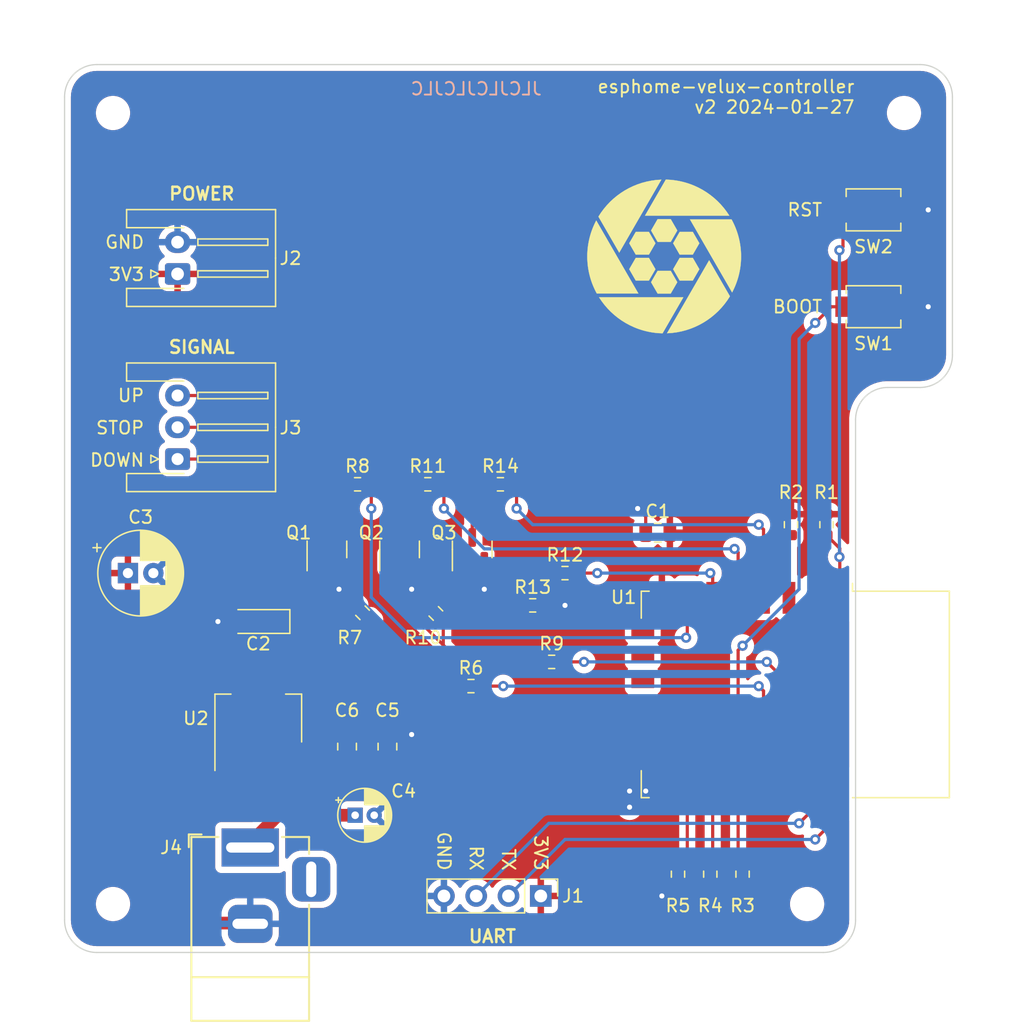
<source format=kicad_pcb>
(kicad_pcb (version 20221018) (generator pcbnew)
  (layers (0 "F.Cu" signal) (31 "B.Cu" signal) (34 "B.Paste" user) (35 "F.Paste" user) (36 "B.SilkS" user "B.Silkscreen") (37 "F.SilkS" user "F.Silkscreen") (38 "B.Mask" user) (39 "F.Mask" user) (44 "Edge.Cuts" user))
  (net 0 "")
  (net 1 "GND")
  (net 2 "+3.3V")
  (net 3 "VCC")
  (net 4 "/TXD")
  (net 5 "/RXD")
  (net 6 "/GPIO4")
  (net 7 "/GPIO5")
  (net 8 "/GPIO12")
  (net 9 "/RST")
  (net 10 "/EN")
  (net 11 "/GPIO0")
  (net 12 "/GPIO2")
  (net 13 "/GPIO15")
  (net 15 "/GPIO14")
  (net 16 "/GPIO16")
  (net 17 "/GPIO13")
  (net 24 "/LINE_UP")
  (net 25 "/LINE_STOP")
  (net 26 "/LINE_DOWN")
  (net 28 "Net-(Q1-B)")
  (net 29 "Net-(Q2-B)")
  (net 30 "Net-(Q3-B)")
  (footprint "footprints:SW_PTS820" (layer "F.Cu") (at 203.34 74.93 180)
    (fp_text reference "SW2" (at 0 -2.9) (layer "F.SilkS"))
    (fp_text value "RST" (at 3.95 0 180) (layer "F.SilkS") (effects (justify right)))
    (pad "1" smd rect (at -2.4 0 180) (size 1.2 1.6) (layers "F.Cu" "F.Paste" "F.Mask") (net 1 "GND"))
    (pad "2" smd rect (at 2.4 0 180) (size 1.2 1.6) (layers "F.Cu" "F.Paste" "F.Mask") (net 9 "/RST"))
  )
  (footprint "Capacitor_SMD:C_0805_2012Metric" (layer "F.Cu") (at 165.1 117.155 -90)
    (fp_text reference "C5" (at -2.855 0 -180) (layer "F.SilkS"))
    (fp_text value "10μF")
    (pad "1" smd roundrect (at -0.95 0 270) (size 1 1.45) (layers "F.Cu" "F.Paste" "F.Mask") (net 1 "GND"))
    (pad "2" smd roundrect (at 0.95 0 270) (size 1 1.45) (layers "F.Cu" "F.Paste" "F.Mask") (net 3 "VCC"))
  )
  (footprint "Package_TO_SOT_SMD:SOT-23" (layer "F.Cu") (at 160.34 101.64 90)
    (fp_text reference "Q1" (at 1.31 -2.225 180) (layer "F.SilkS"))
    (fp_text value "MMBT3904")
    (pad "1" smd roundrect (at -0.9375 -0.95 90) (size 1.475 0.6) (layers "F.Cu" "F.Paste" "F.Mask") (net 28 "Net-(Q1-B)"))
    (pad "2" smd roundrect (at -0.9375 0.95 90) (size 1.475 0.6) (layers "F.Cu" "F.Paste" "F.Mask") (net 1 "GND"))
    (pad "3" smd roundrect (at 0.9375 0 90) (size 1.475 0.6) (layers "F.Cu" "F.Paste" "F.Mask") (net 26 "/LINE_DOWN"))
  )
  (footprint "Resistor_SMD:R_0603_1608Metric" (layer "F.Cu") (at 187.96 127.19 90)
    (fp_text reference "R5" (at -2.477 0 180) (layer "F.SilkS"))
    (fp_text value "10K")
    (pad "1" smd roundrect (at -0.825 0 90) (size 0.8 0.95) (layers "F.Cu" "F.Paste" "F.Mask") (net 1 "GND"))
    (pad "2" smd roundrect (at 0.825 0 90) (size 0.8 0.95) (layers "F.Cu" "F.Paste" "F.Mask") (net 13 "/GPIO15"))
  )
  (footprint "MountingHole:MountingHole_2.2mm_M2" (layer "F.Cu") (at 198.12 129.54)
    (fp_text reference "H1")
    (fp_text value "MountingHole")
    (pad "" np_thru_hole circle (at 0 0) (size 2.2 2.2) (drill 2.2) (layers "*.Cu" "*.Mask"))
  )
  (footprint "Resistor_SMD:R_0603_1608Metric" (layer "F.Cu") (at 179.07 103.505)
    (fp_text reference "R12" (at 0 -1.43) (layer "F.SilkS"))
    (fp_text value "1K")
    (pad "1" smd roundrect (at -0.825 0) (size 0.8 0.95) (layers "F.Cu" "F.Paste" "F.Mask") (net 30 "Net-(Q3-B)"))
    (pad "2" smd roundrect (at 0.825 0) (size 0.8 0.95) (layers "F.Cu" "F.Paste" "F.Mask") (net 8 "/GPIO12"))
  )
  (footprint "footprints:SW_PTS820" (layer "F.Cu") (at 203.34 82.55 180)
    (fp_text reference "SW1" (at 0 -2.9) (layer "F.SilkS"))
    (fp_text value "BOOT" (at 3.95 0 180) (layer "F.SilkS") (effects (justify right)))
    (pad "1" smd rect (at -2.4 0 180) (size 1.2 1.6) (layers "F.Cu" "F.Paste" "F.Mask") (net 1 "GND"))
    (pad "2" smd rect (at 2.4 0 180) (size 1.2 1.6) (layers "F.Cu" "F.Paste" "F.Mask") (net 11 "/GPIO0"))
  )
  (footprint "Resistor_SMD:R_0603_1608Metric" (layer "F.Cu") (at 178.0225 110.49)
    (fp_text reference "R9" (at 0 -1.43) (layer "F.SilkS"))
    (fp_text value "1K")
    (pad "1" smd roundrect (at -0.825 0) (size 0.8 0.95) (layers "F.Cu" "F.Paste" "F.Mask") (net 29 "Net-(Q2-B)"))
    (pad "2" smd roundrect (at 0.825 0) (size 0.8 0.95) (layers "F.Cu" "F.Paste" "F.Mask") (net 7 "/GPIO5"))
  )
  (footprint "Resistor_SMD:R_0603_1608Metric" (layer "F.Cu") (at 176.53 106.045)
    (fp_text reference "R13" (at 0 -1.43) (layer "F.SilkS"))
    (fp_text value "10K")
    (pad "1" smd roundrect (at -0.825 0) (size 0.8 0.95) (layers "F.Cu" "F.Paste" "F.Mask") (net 30 "Net-(Q3-B)"))
    (pad "2" smd roundrect (at 0.825 0) (size 0.8 0.95) (layers "F.Cu" "F.Paste" "F.Mask") (net 1 "GND"))
  )
  (footprint "Resistor_SMD:R_0603_1608Metric" (layer "F.Cu") (at 193.04 127.19 -90)
    (fp_text reference "R3" (at 2.477 0 -180) (layer "F.SilkS"))
    (fp_text value "10K")
    (pad "1" smd roundrect (at -0.825 0 270) (size 0.8 0.95) (layers "F.Cu" "F.Paste" "F.Mask") (net 11 "/GPIO0"))
    (pad "2" smd roundrect (at 0.825 0 270) (size 0.8 0.95) (layers "F.Cu" "F.Paste" "F.Mask") (net 2 "+3.3V"))
  )
  (footprint "Resistor_SMD:R_0603_1608Metric" (layer "F.Cu") (at 199.644 99.695 90)
    (fp_text reference "R1" (at 2.54 0 180) (layer "F.SilkS"))
    (fp_text value "10K")
    (pad "1" smd roundrect (at -0.825 0 90) (size 0.8 0.95) (layers "F.Cu" "F.Paste" "F.Mask") (net 9 "/RST"))
    (pad "2" smd roundrect (at 0.825 0 90) (size 0.8 0.95) (layers "F.Cu" "F.Paste" "F.Mask") (net 2 "+3.3V"))
  )
  (footprint "RF_Module:ESP-12E" (layer "F.Cu") (at 197.19 113.05 -90)
    (fp_text reference "U1" (at -7.64 12.405 180) (layer "F.SilkS") (effects (justify right)))
    (fp_text value "ESP-12F")
    (pad "1" smd rect (at -7.6 -3.5 270) (size 2.5 1) (layers "F.Cu" "F.Paste" "F.Mask") (net 9 "/RST"))
    (pad "2" smd rect (at -7.6 -1.5 270) (size 2.5 1) (layers "F.Cu" "F.Paste" "F.Mask"))
    (pad "3" smd rect (at -7.6 0.5 270) (size 2.5 1) (layers "F.Cu" "F.Paste" "F.Mask") (net 10 "/EN"))
    (pad "4" smd rect (at -7.6 2.5 270) (size 2.5 1) (layers "F.Cu" "F.Paste" "F.Mask") (net 16 "/GPIO16"))
    (pad "5" smd rect (at -7.6 4.5 270) (size 2.5 1) (layers "F.Cu" "F.Paste" "F.Mask") (net 15 "/GPIO14"))
    (pad "6" smd rect (at -7.6 6.5 270) (size 2.5 1) (layers "F.Cu" "F.Paste" "F.Mask") (net 8 "/GPIO12"))
    (pad "7" smd rect (at -7.6 8.5 270) (size 2.5 1) (layers "F.Cu" "F.Paste" "F.Mask") (net 17 "/GPIO13"))
    (pad "8" smd rect (at -7.6 10.5 270) (size 2.5 1) (layers "F.Cu" "F.Paste" "F.Mask") (net 2 "+3.3V"))
    (pad "9" smd rect (at -5 12 270) (size 1 1.8) (layers "F.Cu" "F.Paste" "F.Mask"))
    (pad "10" smd rect (at -3 12 270) (size 1 1.8) (layers "F.Cu" "F.Paste" "F.Mask"))
    (pad "11" smd rect (at -1 12 270) (size 1 1.8) (layers "F.Cu" "F.Paste" "F.Mask"))
    (pad "12" smd rect (at 1 12 270) (size 1 1.8) (layers "F.Cu" "F.Paste" "F.Mask"))
    (pad "13" smd rect (at 3 12 270) (size 1 1.8) (layers "F.Cu" "F.Paste" "F.Mask"))
    (pad "14" smd rect (at 5 12 270) (size 1 1.8) (layers "F.Cu" "F.Paste" "F.Mask"))
    (pad "15" smd rect (at 7.6 10.5 270) (size 2.5 1) (layers "F.Cu" "F.Paste" "F.Mask") (net 1 "GND"))
    (pad "16" smd rect (at 7.6 8.5 270) (size 2.5 1) (layers "F.Cu" "F.Paste" "F.Mask") (net 13 "/GPIO15"))
    (pad "17" smd rect (at 7.6 6.5 270) (size 2.5 1) (layers "F.Cu" "F.Paste" "F.Mask") (net 12 "/GPIO2"))
    (pad "18" smd rect (at 7.6 4.5 270) (size 2.5 1) (layers "F.Cu" "F.Paste" "F.Mask") (net 11 "/GPIO0"))
    (pad "19" smd rect (at 7.6 2.5 270) (size 2.5 1) (layers "F.Cu" "F.Paste" "F.Mask") (net 6 "/GPIO4"))
    (pad "20" smd rect (at 7.6 0.5 270) (size 2.5 1) (layers "F.Cu" "F.Paste" "F.Mask") (net 7 "/GPIO5"))
    (pad "21" smd rect (at 7.6 -1.5 270) (size 2.5 1) (layers "F.Cu" "F.Paste" "F.Mask") (net 5 "/RXD"))
    (pad "22" smd rect (at 7.6 -3.5 270) (size 2.5 1) (layers "F.Cu" "F.Paste" "F.Mask") (net 4 "/TXD"))
    (zone (net 0) (net_name "") (layers "*.Cu") (connect_pads (clearance 0)) (min_thickness 0.254)
      (keepout (tracks not_allowed) (vias not_allowed) (pads not_allowed) (copperpour not_allowed) (footprints not_allowed))
      (fill (thermal_gap 0.508) (thermal_bridge_width 0.508))
      (polygon (pts (xy 201.99 104.93) (xy 201.99 121.17) (xy 209.31 121.17) (xy 209.31 104.93)))
    )
  )
  (footprint "Connector_JST:JST_XH_S3B-XH-A-1_1x03_P2.50mm_Horizontal" (layer "F.Cu") (at 148.59 94.535 90)
    (fp_text reference "J3" (at 2.46 8.89 180) (layer "F.SilkS"))
    (fp_text value "SIGNAL" (at 8.81 1.905 180) (layer "F.SilkS") (effects (font (thickness 0.2) bold)))
    (pad "1" thru_hole roundrect (at 0 0 90) (size 1.7 1.95) (drill 0.95) (layers "*.Cu" "*.Mask") (roundrect_rratio 0.1470588235) (net 26 "/LINE_DOWN"))
    (pad "2" thru_hole oval (at 2.5 0 90) (size 1.7 1.95) (drill 0.95) (layers "*.Cu" "*.Mask") (net 25 "/LINE_STOP"))
    (pad "3" thru_hole oval (at 5 0 90) (size 1.7 1.95) (drill 0.95) (layers "*.Cu" "*.Mask") (net 24 "/LINE_UP"))
  )
  (footprint "Package_TO_SOT_SMD:SOT-223-3_TabPin2" (layer "F.Cu") (at 154.94 114.935 90)
    (fp_text reference "U2" (at 0 -3.81 180) (layer "F.SilkS") (effects (justify right)))
    (fp_text value "AMS1117-3.3")
    (pad "1" smd rect (at -3.15 -2.3 90) (size 2 1.5) (layers "F.Cu" "F.Paste" "F.Mask") (net 1 "GND"))
    (pad "2" smd rect (at -3.15 0 90) (size 2 1.5) (layers "F.Cu" "F.Paste" "F.Mask") (net 2 "+3.3V"))
    (pad "2" smd rect (at 3.15 0 90) (size 2 3.8) (layers "F.Cu" "F.Paste" "F.Mask") (net 2 "+3.3V"))
    (pad "3" smd rect (at -3.15 2.3 90) (size 2 1.5) (layers "F.Cu" "F.Paste" "F.Mask") (net 3 "VCC"))
  )
  (footprint "Capacitor_THT:CP_Radial_D4.0mm_P1.50mm" (layer "F.Cu") (at 162.56 122.555)
    (fp_text reference "C4" (at 3.81 -1.905) (layer "F.SilkS"))
    (fp_text value "10μF")
    (pad "1" thru_hole rect (at 0 0) (size 1.2 1.2) (drill 0.6) (layers "*.Cu" "*.Mask") (net 3 "VCC"))
    (pad "2" thru_hole circle (at 1.5 0) (size 1.2 1.2) (drill 0.6) (layers "*.Cu" "*.Mask") (net 1 "GND"))
  )
  (footprint "MountingHole:MountingHole_2.2mm_M2" (layer "F.Cu") (at 205.74 67.31)
    (fp_text reference "H4")
    (fp_text value "MountingHole")
    (pad "" np_thru_hole circle (at 0 0) (size 2.2 2.2) (drill 2.2) (layers "*.Cu" "*.Mask"))
  )
  (footprint "footprints:CP_Radial_D6.5mm_P2.00mm" (layer "F.Cu") (at 144.685 103.505)
    (fp_text reference "C3" (at 1 -4.4) (layer "F.SilkS"))
    (fp_text value "470μF")
    (pad "1" thru_hole rect (at 0 0) (size 1.6 1.6) (drill 0.8) (layers "*.Cu" "*.Mask") (net 2 "+3.3V"))
    (pad "2" thru_hole circle (at 2 0) (size 1.6 1.6) (drill 0.8) (layers "*.Cu" "*.Mask") (net 1 "GND"))
  )
  (footprint "footprints:DC_barrel_jack_2.1mm" (layer "F.Cu") (at 154.305 125.095 90)
    (fp_text reference "J4" (at 0 -6.223 180) (layer "F.SilkS"))
    (fp_text value "PWR")
    (pad "1" thru_hole rect (at 0 0 90) (size 3 4.5) (drill oval 0.8 3.8) (layers "*.Cu" "*.Mask") (net 3 "VCC"))
    (pad "2" thru_hole roundrect (at -6 0 90) (size 3 3.5) (drill oval 0.8 2.8) (layers "*.Cu" "*.Mask") (net 1 "GND"))
    (pad "3" thru_hole roundrect (at -2.5 4.8 90) (size 3.5 3) (drill oval 2.8 0.8) (layers "*.Cu" "*.Mask"))
  )
  (footprint "MountingHole:MountingHole_2.2mm_M2" (layer "F.Cu") (at 143.51 67.31)
    (fp_text reference "H3")
    (fp_text value "MountingHole")
    (pad "" np_thru_hole circle (at 0 0) (size 2.2 2.2) (drill 2.2) (layers "*.Cu" "*.Mask"))
  )
  (footprint "Resistor_SMD:R_0603_1608Metric" (layer "F.Cu") (at 162.75 96.52)
    (fp_text reference "R8" (at 0 -1.43) (layer "F.SilkS"))
    (fp_text value "1K")
    (pad "1" smd roundrect (at -0.825 0) (size 0.8 0.95) (layers "F.Cu" "F.Paste" "F.Mask") (net 26 "/LINE_DOWN"))
    (pad "2" smd roundrect (at 0.825 0) (size 0.8 0.95) (layers "F.Cu" "F.Paste" "F.Mask") (net 17 "/GPIO13"))
  )
  (footprint "Capacitor_SMD:C_0805_2012Metric" (layer "F.Cu") (at 161.925 117.155 -90)
    (fp_text reference "C6" (at -2.855 0 -180) (layer "F.SilkS"))
    (fp_text value "0.1μF")
    (pad "1" smd roundrect (at -0.95 0 270) (size 1 1.45) (layers "F.Cu" "F.Paste" "F.Mask") (net 1 "GND"))
    (pad "2" smd roundrect (at 0.95 0 270) (size 1 1.45) (layers "F.Cu" "F.Paste" "F.Mask") (net 3 "VCC"))
  )
  (footprint "Capacitor_Tantalum_SMD:CP_EIA-3216-10_Kemet-I_Pad1.58x1.35mm_HandSolder" (layer "F.Cu") (at 154.94 107.315 180)
    (fp_text reference "C2" (at 0 -1.75 180) (layer "F.SilkS"))
    (fp_text value "22μF")
    (pad "1" smd roundrect (at -1.4375 0 180) (size 1.575 1.35) (layers "F.Cu" "F.Paste" "F.Mask") (roundrect_rratio 0.185185) (net 2 "+3.3V"))
    (pad "2" smd roundrect (at 1.4375 0 180) (size 1.575 1.35) (layers "F.Cu" "F.Paste" "F.Mask") (roundrect_rratio 0.185185) (net 1 "GND"))
  )
  (footprint "Resistor_SMD:R_0603_1608Metric" (layer "F.Cu") (at 173.99 96.52)
    (fp_text reference "R14" (at 0 -1.43) (layer "F.SilkS"))
    (fp_text value "1K")
    (pad "1" smd roundrect (at -0.825 0) (size 0.8 0.95) (layers "F.Cu" "F.Paste" "F.Mask") (net 24 "/LINE_UP"))
    (pad "2" smd roundrect (at 0.825 0) (size 0.8 0.95) (layers "F.Cu" "F.Paste" "F.Mask") (net 16 "/GPIO16"))
  )
  (footprint "Package_TO_SOT_SMD:SOT-23" (layer "F.Cu") (at 166.055 101.64 90)
    (fp_text reference "Q2" (at 1.31 -2.225 180) (layer "F.SilkS"))
    (fp_text value "MMBT3904")
    (pad "1" smd roundrect (at -0.9375 -0.95 90) (size 1.475 0.6) (layers "F.Cu" "F.Paste" "F.Mask") (net 29 "Net-(Q2-B)"))
    (pad "2" smd roundrect (at -0.9375 0.95 90) (size 1.475 0.6) (layers "F.Cu" "F.Paste" "F.Mask") (net 1 "GND"))
    (pad "3" smd roundrect (at 0.9375 0 90) (size 1.475 0.6) (layers "F.Cu" "F.Paste" "F.Mask") (net 25 "/LINE_STOP"))
  )
  (footprint "Package_TO_SOT_SMD:SOT-23" (layer "F.Cu") (at 171.77 101.64 90)
    (fp_text reference "Q3" (at 1.31 -2.225 180) (layer "F.SilkS"))
    (fp_text value "MMBT3904")
    (pad "1" smd roundrect (at -0.9375 -0.95 90) (size 1.475 0.6) (layers "F.Cu" "F.Paste" "F.Mask") (net 30 "Net-(Q3-B)"))
    (pad "2" smd roundrect (at -0.9375 0.95 90) (size 1.475 0.6) (layers "F.Cu" "F.Paste" "F.Mask") (net 1 "GND"))
    (pad "3" smd roundrect (at 0.9375 0 90) (size 1.475 0.6) (layers "F.Cu" "F.Paste" "F.Mask") (net 24 "/LINE_UP"))
  )
  (footprint "Resistor_SMD:R_0603_1608Metric" (layer "F.Cu") (at 168.275 96.52)
    (fp_text reference "R11" (at 0 -1.43) (layer "F.SilkS"))
    (fp_text value "1K")
    (pad "1" smd roundrect (at -0.825 0) (size 0.8 0.95) (layers "F.Cu" "F.Paste" "F.Mask") (net 25 "/LINE_STOP"))
    (pad "2" smd roundrect (at 0.825 0) (size 0.8 0.95) (layers "F.Cu" "F.Paste" "F.Mask") (net 15 "/GPIO14"))
  )
  (footprint "Resistor_SMD:R_0603_1608Metric" (layer "F.Cu") (at 196.85 99.695 90)
    (fp_text reference "R2" (at 2.54 0 180) (layer "F.SilkS"))
    (fp_text value "10K")
    (pad "1" smd roundrect (at -0.825 0 90) (size 0.8 0.95) (layers "F.Cu" "F.Paste" "F.Mask") (net 10 "/EN"))
    (pad "2" smd roundrect (at 0.825 0 90) (size 0.8 0.95) (layers "F.Cu" "F.Paste" "F.Mask") (net 2 "+3.3V"))
  )
  (footprint "Resistor_SMD:R_0603_1608Metric" (layer "F.Cu") (at 163.143363 106.628363 135)
    (fp_text reference "R7" (at -0.668551 -2.098552 180) (layer "F.SilkS"))
    (fp_text value "10K")
    (pad "1" smd roundrect (at -0.825 0 135) (size 0.8 0.95) (layers "F.Cu" "F.Paste" "F.Mask") (net 28 "Net-(Q1-B)"))
    (pad "2" smd roundrect (at 0.825 0 135) (size 0.8 0.95) (layers "F.Cu" "F.Paste" "F.Mask") (net 1 "GND"))
  )
  (footprint "Connector_JST:JST_XH_S2B-XH-A-1_1x02_P2.50mm_Horizontal" (layer "F.Cu") (at 148.59 79.97 90)
    (fp_text reference "J2" (at 1.23 8.89 180) (layer "F.SilkS"))
    (fp_text value "POWER" (at 6.31 1.905 180) (layer "F.SilkS") (effects (font (thickness 0.2) bold)))
    (pad "1" thru_hole roundrect (at 0 0 90) (size 1.7 2) (drill 1) (layers "*.Cu" "*.Mask") (roundrect_rratio 0.1470588235) (net 2 "+3.3V"))
    (pad "2" thru_hole oval (at 2.5 0 90) (size 1.7 2) (drill 1) (layers "*.Cu" "*.Mask") (net 1 "GND"))
  )
  (footprint "MountingHole:MountingHole_2.2mm_M2" (layer "F.Cu") (at 143.51 129.54)
    (fp_text reference "H2")
    (fp_text value "MountingHole")
    (pad "" np_thru_hole circle (at 0 0) (size 2.2 2.2) (drill 2.2) (layers "*.Cu" "*.Mask"))
  )
  (footprint "Capacitor_SMD:C_0805_2012Metric" (layer "F.Cu") (at 186.37 100.33)
    (fp_text reference "C1" (at 0 -1.68) (layer "F.SilkS"))
    (fp_text value "0.1μF")
    (pad "1" smd roundrect (at -0.95 0) (size 1 1.45) (layers "F.Cu" "F.Paste" "F.Mask") (net 1 "GND"))
    (pad "2" smd roundrect (at 0.95 0) (size 1 1.45) (layers "F.Cu" "F.Paste" "F.Mask") (net 2 "+3.3V"))
  )
  (footprint "Resistor_SMD:R_0603_1608Metric" (layer "F.Cu") (at 168.91 106.68 135)
    (fp_text reference "R10" (at -0.632038 -2.062039 180) (layer "F.SilkS"))
    (fp_text value "10K")
    (pad "1" smd roundrect (at -0.825 0 135) (size 0.8 0.95) (layers "F.Cu" "F.Paste" "F.Mask") (net 29 "Net-(Q2-B)"))
    (pad "2" smd roundrect (at 0.825 0 135) (size 0.8 0.95) (layers "F.Cu" "F.Paste" "F.Mask") (net 1 "GND"))
  )
  (footprint "Resistor_SMD:R_0603_1608Metric" (layer "F.Cu") (at 190.5 127.19 -90)
    (fp_text reference "R4" (at 2.477 0 -180) (layer "F.SilkS"))
    (fp_text value "10K")
    (pad "1" smd roundrect (at -0.825 0 270) (size 0.8 0.95) (layers "F.Cu" "F.Paste" "F.Mask") (net 12 "/GPIO2"))
    (pad "2" smd roundrect (at 0.825 0 270) (size 0.8 0.95) (layers "F.Cu" "F.Paste" "F.Mask") (net 2 "+3.3V"))
  )
  (footprint "Resistor_SMD:R_0603_1608Metric" (layer "F.Cu") (at 171.6725 112.395)
    (fp_text reference "R6" (at 0 -1.43) (layer "F.SilkS"))
    (fp_text value "1K")
    (pad "1" smd roundrect (at -0.825 0) (size 0.8 0.95) (layers "F.Cu" "F.Paste" "F.Mask") (net 28 "Net-(Q1-B)"))
    (pad "2" smd roundrect (at 0.825 0) (size 0.8 0.95) (layers "F.Cu" "F.Paste" "F.Mask") (net 6 "/GPIO4"))
  )
  (footprint "Connector_PinHeader_2.54mm:PinHeader_1x04_P2.54mm_Vertical" (layer "F.Cu") (at 177.165 128.905 -90)
    (fp_text reference "J1" (at 0 -2.54 -180) (layer "F.SilkS"))
    (fp_text value "UART" (at 3.175 3.81 180) (layer "F.SilkS") (effects (font (thickness 0.2) bold)))
    (pad "1" thru_hole rect (at 0 0 270) (size 1.7 1.7) (drill 1) (layers "*.Cu" "*.Mask") (net 2 "+3.3V"))
    (pad "2" thru_hole oval (at 0 2.54 270) (size 1.7 1.7) (drill 1) (layers "*.Cu" "*.Mask") (net 4 "/TXD"))
    (pad "3" thru_hole oval (at 0 5.08 270) (size 1.7 1.7) (drill 1) (layers "*.Cu" "*.Mask") (net 5 "/RXD"))
    (pad "4" thru_hole oval (at 0 7.62 270) (size 1.7 1.7) (drill 1) (layers "*.Cu" "*.Mask") (net 1 "GND"))
  )
  (gr_poly (pts (xy 192.045568 81.72908) (xy 191.84419 82.039066) (xy 191.62482 82.335555) (xy 191.388225 82.617776) (xy 191.135175 82.884958) (xy 190.866436 83.136333) (xy 190.582778 83.371129) (xy 190.284968 83.588577) (xy 189.973775 83.787906) (xy 189.649966 83.968346) (xy 189.31431 84.129127) (xy 188.967574 84.269479) (xy 188.610528 84.388631) (xy 188.243938 84.485814) (xy 187.868574 84.560257) (xy 187.485203 84.611189) (xy 187.094594 84.637842) (xy 188.771184 81.733793) (xy 190.40974 78.895682)) (stroke (width 0.016)) (fill solid) (layer "F.SilkS"))
  (gr_poly (pts (xy 187.905004 80.61998) (xy 187.388778 81.514023) (xy 186.356448 81.514023) (xy 185.840304 80.61998) (xy 186.356448 79.725936) (xy 187.388778 79.725936)) (stroke (width 0.016)) (fill solid) (layer "F.SilkS"))
  (gr_poly (pts (xy 186.745922 84.641315) (xy 186.549115 84.63409) (xy 186.353976 84.620657) (xy 186.1606 84.601111) (xy 185.969083 84.575551) (xy 185.779521 84.544071) (xy 185.592008 84.506768) (xy 185.406642 84.463738) (xy 185.223517 84.415079) (xy 185.042729 84.360886) (xy 184.864373 84.301256) (xy 184.688546 84.236285) (xy 184.515342 84.166069) (xy 184.177188 84.01029) (xy 183.850675 83.834689) (xy 183.536569 83.640037) (xy 183.235633 83.427106) (xy 182.948634 83.196667) (xy 182.676334 82.949489) (xy 182.4195 82.686346) (xy 182.178895 82.408007) (xy 181.955284 82.115244) (xy 181.749432 81.808827) (xy 188.381171 81.808827)) (stroke (width 0.016)) (fill solid) (layer "F.SilkS"))
  (gr_poly (pts (xy 186.186494 79.598977) (xy 185.670144 80.493021) (xy 184.637855 80.493021) (xy 184.121711 79.598977) (xy 184.637855 78.704851) (xy 185.670144 78.704851)) (stroke (width 0.016)) (fill solid) (layer "F.SilkS"))
  (gr_poly (pts (xy 184.974165 75.457297) (xy 183.335568 78.295284) (xy 181.699616 75.461928) (xy 181.901011 75.151945) (xy 182.120397 74.855461) (xy 182.357006 74.573246) (xy 182.61007 74.30607) (xy 182.878823 74.054704) (xy 183.162494 73.819916) (xy 183.460317 73.602478) (xy 183.771524 73.403159) (xy 184.095347 73.222728) (xy 184.431017 73.061957) (xy 184.777767 72.921615) (xy 185.134829 72.802472) (xy 185.501435 72.705297) (xy 185.876818 72.630862) (xy 186.260208 72.579936) (xy 186.650838 72.553289)) (stroke (width 0.016)) (fill solid) (layer "F.SilkS"))
  (gr_poly (pts (xy 192.260358 75.845993) (xy 192.342371 76.012433) (xy 192.419416 76.181672) (xy 192.49139 76.35362) (xy 192.558192 76.528186) (xy 192.61972 76.705281) (xy 192.675872 76.884815) (xy 192.726545 77.066697) (xy 192.771639 77.250838) (xy 192.811051 77.437148) (xy 192.844679 77.625536) (xy 192.872422 77.815912) (xy 192.894177 78.008187) (xy 192.909842 78.202271) (xy 192.919316 78.398073) (xy 192.922497 78.595504) (xy 192.919505 78.78674) (xy 192.910592 78.976441) (xy 192.895853 79.164524) (xy 192.875383 79.35091) (xy 192.849277 79.535519) (xy 192.817629 79.71827) (xy 192.780534 79.899083) (xy 192.738088 80.077877) (xy 192.690384 80.254573) (xy 192.637517 80.429089) (xy 192.579583 80.601346) (xy 192.516676 80.771263) (xy 192.448891 80.93876) (xy 192.376323 81.103756) (xy 192.299066 81.266172) (xy 192.217216 81.425926) (xy 190.539717 78.520428) (xy 188.90116 75.682441) (xy 192.173478 75.682441)) (stroke (width 0.016)) (fill solid) (layer "F.SilkS"))
  (gr_poly (pts (xy 187.905046 76.553417) (xy 187.388778 77.447461) (xy 186.356448 77.447461) (xy 185.840304 76.553417) (xy 186.356448 75.659332) (xy 187.388778 75.659332)) (stroke (width 0.016)) (fill solid) (layer "F.SilkS"))
  (gr_poly (pts (xy 183.20555 78.67058) (xy 184.844148 81.508649) (xy 181.571789 81.508649) (xy 181.484912 81.345103) (xy 181.402902 81.178667) (xy 181.325861 81.009431) (xy 181.25389 80.837486) (xy 181.187091 80.66292) (xy 181.125567 80.485824) (xy 181.069418 80.306289) (xy 181.018748 80.124404) (xy 180.973657 79.940259) (xy 180.934248 79.753945) (xy 180.900622 79.565552) (xy 180.872882 79.375169) (xy 180.851129 79.182887) (xy 180.835465 78.988795) (xy 180.825992 78.792985) (xy 180.822812 78.595545) (xy 180.825804 78.40432) (xy 180.834717 78.21463) (xy 180.849457 78.026555) (xy 180.869928 77.840176) (xy 180.896035 77.655572) (xy 180.927683 77.472825) (xy 180.964778 77.292014) (xy 181.007224 77.11322) (xy 181.054927 76.936523) (xy 181.107791 76.762004) (xy 181.165722 76.589744) (xy 181.228624 76.419821) (xy 181.296403 76.252318) (xy 181.368964 76.087313) (xy 181.446211 75.924889) (xy 181.52805 75.765124)) (stroke (width 0.016)) (fill solid) (layer "F.SilkS"))
  (gr_poly (pts (xy 186.186329 77.556848) (xy 185.670061 78.450851) (xy 184.637731 78.450851) (xy 184.121628 77.556848) (xy 184.637772 76.662764) (xy 185.670102 76.662764)) (stroke (width 0.016)) (fill solid) (layer "F.SilkS"))
  (gr_poly (pts (xy 189.64096 77.556848) (xy 189.124692 78.450851) (xy 188.092404 78.450851) (xy 187.576301 77.556848) (xy 188.092404 76.662764) (xy 189.124692 76.662764)) (stroke (width 0.016)) (fill solid) (layer "F.SilkS"))
  (gr_poly (pts (xy 189.641084 79.598977) (xy 189.124692 80.493021) (xy 188.092404 80.493021) (xy 187.576301 79.598977) (xy 188.092404 78.704851) (xy 189.124692 78.704851)) (stroke (width 0.016)) (fill solid) (layer "F.SilkS"))
  (gr_poly (pts (xy 187.196234 72.557068) (xy 187.391373 72.570488) (xy 187.584749 72.590021) (xy 187.776266 72.615571) (xy 187.965828 72.647041) (xy 188.153339 72.684335) (xy 188.338705 72.727356) (xy 188.521829 72.776009) (xy 188.702616 72.830196) (xy 188.880971 72.889821) (xy 189.056797 72.954788) (xy 189.23 73.025) (xy 189.568151 73.180774) (xy 189.89466 73.356371) (xy 190.208763 73.551021) (xy 190.509695 73.763952) (xy 190.796691 73.994391) (xy 191.068987 74.241568) (xy 191.325818 74.504711) (xy 191.566419 74.783049) (xy 191.790027 75.07581) (xy 191.995875 75.382222) (xy 185.364095 75.382222) (xy 186.999426 72.549858)) (stroke (width 0.016)) (fill solid) (layer "F.SilkS"))
  (gr_arc (start 201.93 91.44) (mid 202.673949 89.643949) (end 204.47 88.9) (stroke (width 0.1)) (layer "Edge.Cuts"))
  (gr_line (start 201.93 130.81) (end 201.93 91.44) (stroke (width 0.1)) (layer "Edge.Cuts"))
  (gr_line (start 142.24 63.5) (end 207.01 63.5) (stroke (width 0.1)) (layer "Edge.Cuts"))
  (gr_line (start 209.55 66.04) (end 209.55 86.36) (stroke (width 0.1)) (layer "Edge.Cuts"))
  (gr_line (start 199.39 133.35) (end 142.24 133.35) (stroke (width 0.1)) (layer "Edge.Cuts"))
  (gr_arc (start 142.24 133.35) (mid 140.443949 132.606051) (end 139.7 130.81) (stroke (width 0.1)) (layer "Edge.Cuts"))
  (gr_arc (start 201.93 130.81) (mid 201.186051 132.606051) (end 199.39 133.35) (stroke (width 0.1)) (layer "Edge.Cuts"))
  (gr_arc (start 207.01 63.5) (mid 208.806051 64.243949) (end 209.55 66.04) (stroke (width 0.1)) (layer "Edge.Cuts"))
  (gr_line (start 139.7 130.81) (end 139.7 66.04) (stroke (width 0.1)) (layer "Edge.Cuts"))
  (gr_arc (start 209.55 86.36) (mid 208.806051 88.156051) (end 207.01 88.9) (stroke (width 0.1)) (layer "Edge.Cuts"))
  (gr_line (start 204.47 88.9) (end 207.01 88.9) (stroke (width 0.1)) (layer "Edge.Cuts"))
  (gr_arc (start 139.7 66.04) (mid 140.443949 64.243949) (end 142.24 63.5) (stroke (width 0.1)) (layer "Edge.Cuts"))
  (gr_text "JLCJLCJLCJLC" (at 172.085 65.405) (layer "B.SilkS") (effects (font (size 1 1)) (justify mirror)))
  (gr_text "GND" (at 146.05 77.47) (layer "F.SilkS") (effects (font (size 1 1)) (justify right)))
  (gr_text "3V3" (at 146.05 80.01) (layer "F.SilkS") (effects (font (size 1 1)) (justify right)))
  (gr_text "TX" (at 174.625 127 270) (layer "F.SilkS") (effects (font (size 1 1)) (justify right)))
  (gr_text "STOP" (at 146.05 92.075) (layer "F.SilkS") (effects (font (size 1 1)) (justify right)))
  (gr_text "3V3" (at 177.165 127 270) (layer "F.SilkS") (effects (font (size 1 1)) (justify right)))
  (gr_text "esphome-velux-controller\nv2 2024-01-27" (at 201.93 66.04) (layer "F.SilkS") (effects (font (size 1 1)) (justify right)))
  (gr_text "GND" (at 169.545 127 270) (layer "F.SilkS") (effects (font (size 1 1)) (justify right)))
  (gr_text "DOWN" (at 146.05 94.615) (layer "F.SilkS") (effects (font (size 1 1)) (justify right)))
  (gr_text "UP" (at 146.05 89.535) (layer "F.SilkS") (effects (font (size 1 1)) (justify right)))
  (gr_text "RX" (at 172.085 127 270) (layer "F.SilkS") (effects (font (size 1 1)) (justify right)))
  (segment (start 187.96 128.015) (end 187.58 128.015) (width 0.25) (layer "F.Cu") (net 1))
  (segment (start 184.15 120.65) (end 184.15 121.92) (width 1) (layer "F.Cu") (net 1))
  (segment (start 161.925 116.205) (end 165.1 116.205) (width 0.5) (layer "F.Cu") (net 1))
  (segment (start 186.69 120.65) (end 184.15 120.65) (width 1) (layer "F.Cu") (net 1))
  (segment (start 161.29 104.775) (end 162.56 106.045) (width 0.25) (layer "F.Cu") (net 1))
  (segment (start 187.58 128.015) (end 186.69 128.905) (width 0.25) (layer "F.Cu") (net 1))
  (segment (start 205.74 82.55) (end 207.645 82.55) (width 0.25) (layer "F.Cu") (net 1))
  (segment (start 185.42 100.33) (end 185.42 99.06) (width 0.25) (layer "F.Cu") (net 1))
  (segment (start 167.005 102.5775) (end 167.005 104.775) (width 0.25) (layer "F.Cu") (net 1))
  (segment (start 177.355 106.045) (end 179.07 106.045) (width 0.25) (layer "F.Cu") (net 1))
  (segment (start 151.355 131.035) (end 154.305 131.035) (width 1) (layer "F.Cu") (net 1))
  (segment (start 151.765 107.315) (end 153.5025 107.315) (width 0.25) (layer "F.Cu") (net 1))
  (segment (start 167.005 116.205) (end 165.1 116.205) (width 0.25) (layer "F.Cu") (net 1))
  (segment (start 205.74 74.93) (end 207.645 74.93) (width 0.25) (layer "F.Cu") (net 1))
  (segment (start 152.64 118.085) (end 149.225 121.5) (width 1) (layer "F.Cu") (net 1))
  (segment (start 185.42 99.06) (end 184.785 98.425) (width 0.25) (layer "F.Cu") (net 1))
  (segment (start 149.225 121.5) (end 149.225 128.905) (width 1) (layer "F.Cu") (net 1))
  (segment (start 167.005 104.775) (end 168.326637 106.096637) (width 0.25) (layer "F.Cu") (net 1))
  (segment (start 161.29 102.5775) (end 161.29 104.775) (width 0.25) (layer "F.Cu") (net 1))
  (segment (start 172.72 102.5775) (end 172.72 104.775) (width 0.25) (layer "F.Cu") (net 1))
  (segment (start 149.225 128.905) (end 151.355 131.035) (width 1) (layer "F.Cu") (net 1))
  (via (at 184.15 121.92) (size 0.8) (drill 0.4) (layers "F.Cu" "B.Cu") (net 1))
  (via (at 167.005 116.205) (size 0.8) (drill 0.4) (layers "F.Cu" "B.Cu") (net 1))
  (via (at 185.42 120.65) (size 0.8) (drill 0.4) (layers "F.Cu" "B.Cu") (net 1))
  (via (at 167.005 104.775) (size 0.8) (drill 0.4) (layers "F.Cu" "B.Cu") (net 1))
  (via (at 184.15 120.65) (size 0.8) (drill 0.4) (layers "F.Cu" "B.Cu") (net 1))
  (via (at 172.72 104.775) (size 0.8) (drill 0.4) (layers "F.Cu" "B.Cu") (net 1))
  (via (at 179.07 106.045) (size 0.8) (drill 0.4) (layers "F.Cu" "B.Cu") (net 1))
  (via (at 207.645 74.93) (size 0.8) (drill 0.4) (layers "F.Cu" "B.Cu") (net 1))
  (via (at 184.785 98.425) (size 0.8) (drill 0.4) (layers "F.Cu" "B.Cu") (net 1))
  (via (at 207.645 82.55) (size 0.8) (drill 0.4) (layers "F.Cu" "B.Cu") (net 1))
  (via (at 151.765 107.315) (size 0.8) (drill 0.4) (layers "F.Cu" "B.Cu") (net 1))
  (via (at 161.29 104.775) (size 0.8) (drill 0.4) (layers "F.Cu" "B.Cu") (net 1))
  (via (at 186.69 128.905) (size 0.8) (drill 0.4) (layers "F.Cu" "B.Cu") (net 1))
  (segment (start 161.9 118.085) (end 161.925 118.11) (width 1) (layer "F.Cu") (net 3))
  (segment (start 156.03 123.01) (end 154.305 124.735) (width 1) (layer "F.Cu") (net 3))
  (segment (start 162.56 122.555) (end 156.485 122.555) (width 1) (layer "F.Cu") (net 3))
  (segment (start 157.24 121.8) (end 156.03 123.01) (width 1) (layer "F.Cu") (net 3))
  (segment (start 161.925 118.105) (end 165.1 118.105) (width 0.5) (layer "F.Cu") (net 3))
  (segment (start 157.24 118.085) (end 161.9 118.085) (width 0.5) (layer "F.Cu") (net 3))
  (segment (start 157.24 118.085) (end 157.24 121.8) (width 1) (layer "F.Cu") (net 3))
  (segment (start 198.755 124.46) (end 200.69 122.525) (width 0.25) (layer "F.Cu") (net 4))
  (segment (start 200.69 122.525) (end 200.69 120.65) (width 0.25) (layer "F.Cu") (net 4))
  (via (at 198.755 124.46) (size 0.8) (drill 0.4) (layers "F.Cu" "B.Cu") (net 4))
  (segment (start 179.07 124.46) (end 174.625 128.905) (width 0.25) (layer "B.Cu") (net 4))
  (segment (start 198.755 124.46) (end 179.07 124.46) (width 0.25) (layer "B.Cu") (net 4))
  (segment (start 198.69 120.65) (end 198.69 121.985) (width 0.25) (layer "F.Cu") (net 5))
  (segment (start 198.69 121.985) (end 197.485 123.19) (width 0.25) (layer "F.Cu") (net 5))
  (via (at 197.485 123.19) (size 0.8) (drill 0.4) (layers "F.Cu" "B.Cu") (net 5))
  (segment (start 172.085 128.905) (end 177.8 123.19) (width 0.25) (layer "B.Cu") (net 5))
  (segment (start 177.8 123.19) (end 197.485 123.19) (width 0.25) (layer "B.Cu") (net 5))
  (segment (start 194.69 112.775) (end 194.31 112.395) (width 0.25) (layer "F.Cu") (net 6))
  (segment (start 174.2125 112.395) (end 172.4975 112.395) (width 0.25) (layer "F.Cu") (net 6))
  (segment (start 194.69 120.65) (end 194.69 112.775) (width 0.25) (layer "F.Cu") (net 6))
  (via (at 174.2125 112.395) (size 0.8) (drill 0.4) (layers "F.Cu" "B.Cu") (net 6))
  (via (at 194.31 112.395) (size 0.8) (drill 0.4) (layers "F.Cu" "B.Cu") (net 6))
  (segment (start 194.31 112.395) (end 174.2125 112.395) (width 0.25) (layer "B.Cu") (net 6))
  (segment (start 180.5625 110.49) (end 178.8475 110.49) (width 0.25) (layer "F.Cu") (net 7))
  (segment (start 196.69 112.235) (end 194.945 110.49) (width 0.25) (layer "F.Cu") (net 7))
  (segment (start 196.69 120.65) (end 196.69 112.235) (width 0.25) (layer "F.Cu") (net 7))
  (via (at 194.945 110.49) (size 0.8) (drill 0.4) (layers "F.Cu" "B.Cu") (net 7))
  (via (at 180.5625 110.49) (size 0.8) (drill 0.4) (layers "F.Cu" "B.Cu") (net 7))
  (segment (start 194.945 110.49) (end 180.5625 110.49) (width 0.25) (layer "B.Cu") (net 7))
  (segment (start 190.69 105.45) (end 190.69 103.695) (width 0.25) (layer "F.Cu") (net 8))
  (segment (start 190.69 103.695) (end 190.5 103.505) (width 0.25) (layer "F.Cu") (net 8))
  (segment (start 181.61 103.505) (end 179.895 103.505) (width 0.25) (layer "F.Cu") (net 8))
  (via (at 181.61 103.505) (size 0.8) (drill 0.4) (layers "F.Cu" "B.Cu") (net 8))
  (via (at 190.5 103.505) (size 0.8) (drill 0.4) (layers "F.Cu" "B.Cu") (net 8))
  (segment (start 190.5 103.505) (end 181.61 103.505) (width 0.25) (layer "B.Cu") (net 8))
  (segment (start 200.69 105.45) (end 200.69 102.265) (width 0.25) (layer "F.Cu") (net 9))
  (segment (start 200.69 102.205) (end 200.69 101.566) (width 0.25) (layer "F.Cu") (net 9))
  (segment (start 200.94 77.825) (end 200.66 78.105) (width 0.25) (layer "F.Cu") (net 9))
  (segment (start 200.69 102.265) (end 200.66 102.235) (width 0.25) (layer "F.Cu") (net 9))
  (segment (start 200.66 102.235) (end 200.69 102.205) (width 0.25) (layer "F.Cu") (net 9))
  (segment (start 200.69 101.566) (end 199.644 100.52) (width 0.25) (layer "F.Cu") (net 9))
  (segment (start 200.94 74.93) (end 200.94 77.825) (width 0.25) (layer "F.Cu") (net 9))
  (via (at 200.66 78.105) (size 0.8) (drill 0.4) (layers "F.Cu" "B.Cu") (net 9))
  (via (at 200.66 102.235) (size 0.8) (drill 0.4) (layers "F.Cu" "B.Cu") (net 9))
  (segment (start 200.66 102.235) (end 200.66 78.105) (width 0.25) (layer "B.Cu") (net 9))
  (segment (start 196.69 105.45) (end 196.69 100.68) (width 0.25) (layer "F.Cu") (net 10))
  (segment (start 192.69 120.65) (end 192.69 109.57) (width 0.25) (layer "F.Cu") (net 11))
  (segment (start 198.755 83.82) (end 200.025 82.55) (width 0.25) (layer "F.Cu") (net 11))
  (segment (start 200.025 82.55) (end 200.94 82.55) (width 0.25) (layer "F.Cu") (net 11))
  (segment (start 192.69 109.57) (end 193.04 109.22) (width 0.25) (layer "F.Cu") (net 11))
  (segment (start 192.69 120.65) (end 192.69 126.365) (width 0.25) (layer "F.Cu") (net 11))
  (via (at 198.755 83.82) (size 0.8) (drill 0.4) (layers "F.Cu" "B.Cu") (net 11))
  (via (at 193.04 109.22) (size 0.8) (drill 0.4) (layers "F.Cu" "B.Cu") (net 11))
  (segment (start 197.485 104.775) (end 197.485 85.09) (width 0.25) (layer "B.Cu") (net 11))
  (segment (start 197.485 85.09) (end 198.755 83.82) (width 0.25) (layer "B.Cu") (net 11))
  (segment (start 193.04 109.22) (end 197.485 104.775) (width 0.25) (layer "B.Cu") (net 11))
  (segment (start 190.69 120.65) (end 190.69 126.365) (width 0.25) (layer "F.Cu") (net 12))
  (segment (start 188.69 120.65) (end 188.69 125.635) (width 0.25) (layer "F.Cu") (net 13))
  (segment (start 188.69 125.635) (end 187.96 126.365) (width 0.25) (layer "F.Cu") (net 13))
  (segment (start 169.545 96.965) (end 169.1 96.52) (width 0.25) (layer "F.Cu") (net 15))
  (segment (start 169.545 98.425) (end 169.545 96.965) (width 0.25) (layer "F.Cu") (net 15))
  (segment (start 192.69 105.45) (end 192.69 101.885) (width 0.25) (layer "F.Cu") (net 15))
  (segment (start 192.69 101.885) (end 192.405 101.6) (width 0.25) (layer "F.Cu") (net 15))
  (via (at 169.545 98.425) (size 0.8) (drill 0.4) (layers "F.Cu" "B.Cu") (net 15))
  (via (at 192.405 101.6) (size 0.8) (drill 0.4) (layers "F.Cu" "B.Cu") (net 15))
  (segment (start 192.405 101.6) (end 172.72 101.6) (width 0.25) (layer "B.Cu") (net 15))
  (segment (start 172.72 101.6) (end 169.545 98.425) (width 0.25) (layer "B.Cu") (net 15))
  (segment (start 194.69 105.45) (end 194.69 100.075) (width 0.25) (layer "F.Cu") (net 16))
  (segment (start 175.26 96.965) (end 174.815 96.52) (width 0.25) (layer "F.Cu") (net 16))
  (segment (start 175.26 98.425) (end 175.26 96.965) (width 0.25) (layer "F.Cu") (net 16))
  (segment (start 194.69 100.075) (end 194.31 99.695) (width 0.25) (layer "F.Cu") (net 16))
  (via (at 175.26 98.425) (size 0.8) (drill 0.4) (layers "F.Cu" "B.Cu") (net 16))
  (via (at 194.31 99.695) (size 0.8) (drill 0.4) (layers "F.Cu" "B.Cu") (net 16))
  (segment (start 194.31 99.695) (end 176.53 99.695) (width 0.25) (layer "B.Cu") (net 16))
  (segment (start 176.53 99.695) (end 175.26 98.425) (width 0.25) (layer "B.Cu") (net 16))
  (segment (start 163.83 96.775) (end 163.575 96.52) (width 0.25) (layer "F.Cu") (net 17))
  (segment (start 188.69 105.45) (end 188.69 108.49) (width 0.25) (layer "F.Cu") (net 17))
  (segment (start 188.69 108.49) (end 188.595 108.585) (width 0.25) (layer "F.Cu") (net 17))
  (segment (start 163.83 98.425) (end 163.83 96.775) (width 0.25) (layer "F.Cu") (net 17))
  (via (at 163.83 98.425) (size 0.8) (drill 0.4) (layers "F.Cu" "B.Cu") (net 17))
  (via (at 188.595 108.585) (size 0.8) (drill 0.4) (layers "F.Cu" "B.Cu") (net 17))
  (segment (start 167.005 108.585) (end 163.83 105.41) (width 0.25) (layer "B.Cu") (net 17))
  (segment (start 188.595 108.585) (end 167.005 108.585) (width 0.25) (layer "B.Cu") (net 17))
  (segment (start 163.83 105.41) (end 163.83 98.425) (width 0.25) (layer "B.Cu") (net 17))
  (segment (start 173.165 96.52) (end 172.405 96.52) (width 0.25) (layer "F.Cu") (net 24))
  (segment (start 170.18 89.535) (end 148.59 89.535) (width 0.25) (layer "F.Cu") (net 24))
  (segment (start 171.77 95.885) (end 171.77 91.125) (width 0.25) (layer "F.Cu") (net 24))
  (segment (start 171.77 91.125) (end 170.18 89.535) (width 0.25) (layer "F.Cu") (net 24))
  (segment (start 172.405 96.52) (end 171.77 95.885) (width 0.25) (layer "F.Cu") (net 24))
  (segment (start 171.77 100.7025) (end 171.77 95.885) (width 0.25) (layer "F.Cu") (net 24))
  (segment (start 166.055 93.625) (end 164.465 92.035) (width 0.25) (layer "F.Cu") (net 25))
  (segment (start 164.465 92.035) (end 148.59 92.035) (width 0.25) (layer "F.Cu") (net 25))
  (segment (start 166.69 96.52) (end 166.055 95.885) (width 0.25) (layer "F.Cu") (net 25))
  (segment (start 166.055 100.7025) (end 166.055 95.885) (width 0.25) (layer "F.Cu") (net 25))
  (segment (start 167.45 96.52) (end 166.69 96.52) (width 0.25) (layer "F.Cu") (net 25))
  (segment (start 166.055 95.885) (end 166.055 93.625) (width 0.25) (layer "F.Cu") (net 25))
  (segment (start 158.75 94.535) (end 148.59 94.535) (width 0.25) (layer "F.Cu") (net 26))
  (segment (start 161.925 96.52) (end 160.735 96.52) (width 0.25) (layer "F.Cu") (net 26))
  (segment (start 160.735 96.52) (end 160.34 96.125) (width 0.25) (layer "F.Cu") (net 26))
  (segment (start 160.34 100.7025) (end 160.34 97.155) (width 0.25) (layer "F.Cu") (net 26))
  (segment (start 160.34 96.125) (end 158.75 94.535) (width 0.25) (layer "F.Cu") (net 26))
  (segment (start 160.34 97.155) (end 160.34 96.125) (width 0.25) (layer "F.Cu") (net 26))
  (segment (start 163.726726 107.211726) (end 163.726726 109.116726) (width 0.25) (layer "F.Cu") (net 28))
  (segment (start 159.385 104.775) (end 159.385 102.5825) (width 0.25) (layer "F.Cu") (net 28))
  (segment (start 159.385 102.5825) (end 159.39 102.5775) (width 0.25) (layer "F.Cu") (net 28))
  (segment (start 167.005 112.395) (end 159.385 104.775) (width 0.25) (layer "F.Cu") (net 28))
  (segment (start 170.8475 112.395) (end 167.005 112.395) (width 0.25) (layer "F.Cu") (net 28))
  (segment (start 170.815 110.49) (end 165.1 104.775) (width 0.25) (layer "F.Cu") (net 29))
  (segment (start 165.1 104.775) (end 165.1 102.5825) (width 0.25) (layer "F.Cu") (net 29))
  (segment (start 169.493363 107.263363) (end 169.493363 109.168363) (width 0.25) (layer "F.Cu") (net 29))
  (segment (start 177.1975 110.49) (end 170.815 110.49) (width 0.25) (layer "F.Cu") (net 29))
  (segment (start 165.1 102.5825) (end 165.105 102.5775) (width 0.25) (layer "F.Cu") (net 29))
  (segment (start 170.82 104.78) (end 170.82 102.5775) (width 0.25) (layer "F.Cu") (net 30))
  (segment (start 175.895 103.505) (end 178.245 103.505) (width 0.25) (layer "F.Cu") (net 30))
  (segment (start 173.355 106.045) (end 175.705 106.045) (width 0.25) (layer "F.Cu") (net 30))
  (segment (start 172.085 106.045) (end 170.82 104.78) (width 0.25) (layer "F.Cu") (net 30))
  (segment (start 175.895 103.505) (end 173.355 106.045) (width 0.25) (layer "F.Cu") (net 30))
  (segment (start 173.355 106.045) (end 172.085 106.045) (width 0.25) (layer "F.Cu") (net 30))
  (zone (net 2) (net_name "+3.3V") (layer "F.Cu") (connect_pads (clearance 0.508)) (min_thickness 0.254) (fill yes (thermal_gap 0.508) (thermal_bridge_width 0.508))
    (polygon (pts (xy 214.63 138.43) (xy 134.62 138.43) (xy 134.62 58.42) (xy 214.63 58.42)))
  )
  (zone (net 1) (net_name "GND") (layer "B.Cu") (connect_pads (clearance 0.508)) (min_thickness 0.254) (fill yes (thermal_gap 0.508) (thermal_bridge_width 0.508))
    (polygon (pts (xy 214.63 58.42) (xy 214.63 138.43) (xy 134.62 138.43) (xy 134.62 58.42)))
  )
)
</source>
